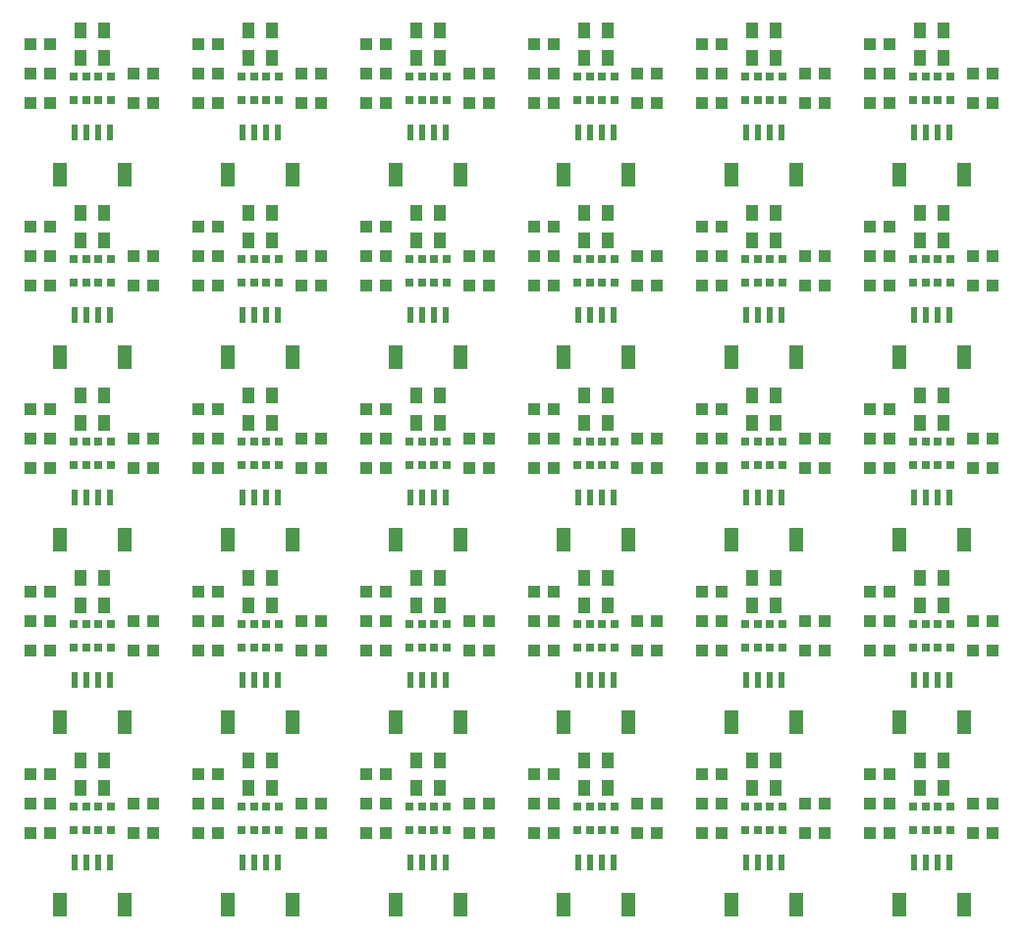
<source format=gtp>
G75*
%MOIN*%
%OFA0B0*%
%FSLAX25Y25*%
%IPPOS*%
%LPD*%
%AMOC8*
5,1,8,0,0,1.08239X$1,22.5*
%
%ADD10R,0.04331X0.03937*%
%ADD11R,0.02854X0.02756*%
%ADD12R,0.04724X0.07874*%
%ADD13R,0.02362X0.05315*%
%ADD14R,0.03937X0.05512*%
D10*
X0035404Y0058750D03*
X0042096Y0058750D03*
X0042096Y0068750D03*
X0035404Y0068750D03*
X0035404Y0078750D03*
X0042096Y0078750D03*
X0070404Y0068750D03*
X0077096Y0068750D03*
X0077096Y0058750D03*
X0070404Y0058750D03*
X0092404Y0058750D03*
X0099096Y0058750D03*
X0099096Y0068750D03*
X0092404Y0068750D03*
X0092404Y0078750D03*
X0099096Y0078750D03*
X0127404Y0068750D03*
X0134096Y0068750D03*
X0134096Y0058750D03*
X0127404Y0058750D03*
X0149404Y0058750D03*
X0156096Y0058750D03*
X0156096Y0068750D03*
X0149404Y0068750D03*
X0149404Y0078750D03*
X0156096Y0078750D03*
X0184404Y0068750D03*
X0191096Y0068750D03*
X0191096Y0058750D03*
X0184404Y0058750D03*
X0206404Y0058750D03*
X0213096Y0058750D03*
X0213096Y0068750D03*
X0206404Y0068750D03*
X0206404Y0078750D03*
X0213096Y0078750D03*
X0241404Y0068750D03*
X0248096Y0068750D03*
X0248096Y0058750D03*
X0241404Y0058750D03*
X0263404Y0058750D03*
X0270096Y0058750D03*
X0270096Y0068750D03*
X0263404Y0068750D03*
X0263404Y0078750D03*
X0270096Y0078750D03*
X0298404Y0068750D03*
X0305096Y0068750D03*
X0305096Y0058750D03*
X0298404Y0058750D03*
X0320404Y0058750D03*
X0327096Y0058750D03*
X0327096Y0068750D03*
X0320404Y0068750D03*
X0320404Y0078750D03*
X0327096Y0078750D03*
X0355404Y0068750D03*
X0362096Y0068750D03*
X0362096Y0058750D03*
X0355404Y0058750D03*
X0355404Y0120750D03*
X0362096Y0120750D03*
X0362096Y0130750D03*
X0355404Y0130750D03*
X0327096Y0130750D03*
X0320404Y0130750D03*
X0320404Y0140750D03*
X0327096Y0140750D03*
X0305096Y0130750D03*
X0298404Y0130750D03*
X0298404Y0120750D03*
X0305096Y0120750D03*
X0320404Y0120750D03*
X0327096Y0120750D03*
X0270096Y0120750D03*
X0263404Y0120750D03*
X0263404Y0130750D03*
X0270096Y0130750D03*
X0270096Y0140750D03*
X0263404Y0140750D03*
X0248096Y0130750D03*
X0241404Y0130750D03*
X0241404Y0120750D03*
X0248096Y0120750D03*
X0213096Y0120750D03*
X0206404Y0120750D03*
X0206404Y0130750D03*
X0213096Y0130750D03*
X0213096Y0140750D03*
X0206404Y0140750D03*
X0191096Y0130750D03*
X0184404Y0130750D03*
X0184404Y0120750D03*
X0191096Y0120750D03*
X0156096Y0120750D03*
X0149404Y0120750D03*
X0149404Y0130750D03*
X0156096Y0130750D03*
X0156096Y0140750D03*
X0149404Y0140750D03*
X0134096Y0130750D03*
X0127404Y0130750D03*
X0127404Y0120750D03*
X0134096Y0120750D03*
X0099096Y0120750D03*
X0092404Y0120750D03*
X0092404Y0130750D03*
X0099096Y0130750D03*
X0099096Y0140750D03*
X0092404Y0140750D03*
X0077096Y0130750D03*
X0070404Y0130750D03*
X0070404Y0120750D03*
X0077096Y0120750D03*
X0042096Y0120750D03*
X0035404Y0120750D03*
X0035404Y0130750D03*
X0042096Y0130750D03*
X0042096Y0140750D03*
X0035404Y0140750D03*
X0035404Y0182750D03*
X0042096Y0182750D03*
X0042096Y0192750D03*
X0035404Y0192750D03*
X0035404Y0202750D03*
X0042096Y0202750D03*
X0070404Y0192750D03*
X0077096Y0192750D03*
X0077096Y0182750D03*
X0070404Y0182750D03*
X0092404Y0182750D03*
X0099096Y0182750D03*
X0099096Y0192750D03*
X0092404Y0192750D03*
X0092404Y0202750D03*
X0099096Y0202750D03*
X0127404Y0192750D03*
X0134096Y0192750D03*
X0134096Y0182750D03*
X0127404Y0182750D03*
X0149404Y0182750D03*
X0156096Y0182750D03*
X0156096Y0192750D03*
X0149404Y0192750D03*
X0149404Y0202750D03*
X0156096Y0202750D03*
X0184404Y0192750D03*
X0191096Y0192750D03*
X0191096Y0182750D03*
X0184404Y0182750D03*
X0206404Y0182750D03*
X0213096Y0182750D03*
X0213096Y0192750D03*
X0206404Y0192750D03*
X0206404Y0202750D03*
X0213096Y0202750D03*
X0241404Y0192750D03*
X0248096Y0192750D03*
X0248096Y0182750D03*
X0241404Y0182750D03*
X0263404Y0182750D03*
X0270096Y0182750D03*
X0270096Y0192750D03*
X0263404Y0192750D03*
X0263404Y0202750D03*
X0270096Y0202750D03*
X0298404Y0192750D03*
X0305096Y0192750D03*
X0305096Y0182750D03*
X0298404Y0182750D03*
X0320404Y0182750D03*
X0327096Y0182750D03*
X0327096Y0192750D03*
X0320404Y0192750D03*
X0320404Y0202750D03*
X0327096Y0202750D03*
X0355404Y0192750D03*
X0362096Y0192750D03*
X0362096Y0182750D03*
X0355404Y0182750D03*
X0355404Y0244750D03*
X0362096Y0244750D03*
X0362096Y0254750D03*
X0355404Y0254750D03*
X0327096Y0254750D03*
X0320404Y0254750D03*
X0320404Y0244750D03*
X0327096Y0244750D03*
X0305096Y0244750D03*
X0298404Y0244750D03*
X0298404Y0254750D03*
X0305096Y0254750D03*
X0320404Y0264750D03*
X0327096Y0264750D03*
X0327096Y0306750D03*
X0320404Y0306750D03*
X0320404Y0316750D03*
X0327096Y0316750D03*
X0327096Y0326750D03*
X0320404Y0326750D03*
X0305096Y0316750D03*
X0298404Y0316750D03*
X0298404Y0306750D03*
X0305096Y0306750D03*
X0270096Y0306750D03*
X0263404Y0306750D03*
X0263404Y0316750D03*
X0270096Y0316750D03*
X0270096Y0326750D03*
X0263404Y0326750D03*
X0248096Y0316750D03*
X0241404Y0316750D03*
X0241404Y0306750D03*
X0248096Y0306750D03*
X0213096Y0306750D03*
X0206404Y0306750D03*
X0206404Y0316750D03*
X0213096Y0316750D03*
X0213096Y0326750D03*
X0206404Y0326750D03*
X0191096Y0316750D03*
X0184404Y0316750D03*
X0184404Y0306750D03*
X0191096Y0306750D03*
X0156096Y0306750D03*
X0149404Y0306750D03*
X0149404Y0316750D03*
X0156096Y0316750D03*
X0156096Y0326750D03*
X0149404Y0326750D03*
X0134096Y0316750D03*
X0127404Y0316750D03*
X0127404Y0306750D03*
X0134096Y0306750D03*
X0099096Y0306750D03*
X0092404Y0306750D03*
X0092404Y0316750D03*
X0099096Y0316750D03*
X0099096Y0326750D03*
X0092404Y0326750D03*
X0077096Y0316750D03*
X0070404Y0316750D03*
X0070404Y0306750D03*
X0077096Y0306750D03*
X0042096Y0306750D03*
X0035404Y0306750D03*
X0035404Y0316750D03*
X0042096Y0316750D03*
X0042096Y0326750D03*
X0035404Y0326750D03*
X0035404Y0264750D03*
X0042096Y0264750D03*
X0042096Y0254750D03*
X0035404Y0254750D03*
X0035404Y0244750D03*
X0042096Y0244750D03*
X0070404Y0244750D03*
X0077096Y0244750D03*
X0077096Y0254750D03*
X0070404Y0254750D03*
X0092404Y0254750D03*
X0099096Y0254750D03*
X0099096Y0244750D03*
X0092404Y0244750D03*
X0092404Y0264750D03*
X0099096Y0264750D03*
X0127404Y0254750D03*
X0134096Y0254750D03*
X0134096Y0244750D03*
X0127404Y0244750D03*
X0149404Y0244750D03*
X0156096Y0244750D03*
X0156096Y0254750D03*
X0149404Y0254750D03*
X0149404Y0264750D03*
X0156096Y0264750D03*
X0184404Y0254750D03*
X0191096Y0254750D03*
X0191096Y0244750D03*
X0184404Y0244750D03*
X0206404Y0244750D03*
X0213096Y0244750D03*
X0213096Y0254750D03*
X0206404Y0254750D03*
X0206404Y0264750D03*
X0213096Y0264750D03*
X0241404Y0254750D03*
X0248096Y0254750D03*
X0248096Y0244750D03*
X0241404Y0244750D03*
X0263404Y0244750D03*
X0270096Y0244750D03*
X0270096Y0254750D03*
X0263404Y0254750D03*
X0263404Y0264750D03*
X0270096Y0264750D03*
X0355404Y0306750D03*
X0362096Y0306750D03*
X0362096Y0316750D03*
X0355404Y0316750D03*
D11*
X0347598Y0315687D03*
X0343366Y0315687D03*
X0339134Y0315687D03*
X0334902Y0315687D03*
X0334902Y0307813D03*
X0339134Y0307813D03*
X0343366Y0307813D03*
X0347598Y0307813D03*
X0290598Y0307813D03*
X0286366Y0307813D03*
X0282134Y0307813D03*
X0277902Y0307813D03*
X0277902Y0315687D03*
X0282134Y0315687D03*
X0286366Y0315687D03*
X0290598Y0315687D03*
X0233598Y0315687D03*
X0229366Y0315687D03*
X0225134Y0315687D03*
X0220902Y0315687D03*
X0220902Y0307813D03*
X0225134Y0307813D03*
X0229366Y0307813D03*
X0233598Y0307813D03*
X0176598Y0307813D03*
X0172366Y0307813D03*
X0168134Y0307813D03*
X0163902Y0307813D03*
X0163902Y0315687D03*
X0168134Y0315687D03*
X0172366Y0315687D03*
X0176598Y0315687D03*
X0119598Y0315687D03*
X0115366Y0315687D03*
X0111134Y0315687D03*
X0106902Y0315687D03*
X0106902Y0307813D03*
X0111134Y0307813D03*
X0115366Y0307813D03*
X0119598Y0307813D03*
X0062598Y0307813D03*
X0058366Y0307813D03*
X0054134Y0307813D03*
X0049902Y0307813D03*
X0049902Y0315687D03*
X0054134Y0315687D03*
X0058366Y0315687D03*
X0062598Y0315687D03*
X0062598Y0253687D03*
X0058366Y0253687D03*
X0054134Y0253687D03*
X0049902Y0253687D03*
X0049902Y0245813D03*
X0054134Y0245813D03*
X0058366Y0245813D03*
X0062598Y0245813D03*
X0106902Y0245813D03*
X0111134Y0245813D03*
X0115366Y0245813D03*
X0119598Y0245813D03*
X0119598Y0253687D03*
X0115366Y0253687D03*
X0111134Y0253687D03*
X0106902Y0253687D03*
X0163902Y0253687D03*
X0168134Y0253687D03*
X0172366Y0253687D03*
X0176598Y0253687D03*
X0176598Y0245813D03*
X0172366Y0245813D03*
X0168134Y0245813D03*
X0163902Y0245813D03*
X0220902Y0245813D03*
X0225134Y0245813D03*
X0229366Y0245813D03*
X0233598Y0245813D03*
X0233598Y0253687D03*
X0229366Y0253687D03*
X0225134Y0253687D03*
X0220902Y0253687D03*
X0277902Y0253687D03*
X0282134Y0253687D03*
X0286366Y0253687D03*
X0290598Y0253687D03*
X0290598Y0245813D03*
X0286366Y0245813D03*
X0282134Y0245813D03*
X0277902Y0245813D03*
X0334902Y0245813D03*
X0339134Y0245813D03*
X0343366Y0245813D03*
X0347598Y0245813D03*
X0347598Y0253687D03*
X0343366Y0253687D03*
X0339134Y0253687D03*
X0334902Y0253687D03*
X0334902Y0191687D03*
X0339134Y0191687D03*
X0343366Y0191687D03*
X0347598Y0191687D03*
X0347598Y0183813D03*
X0343366Y0183813D03*
X0339134Y0183813D03*
X0334902Y0183813D03*
X0290598Y0183813D03*
X0286366Y0183813D03*
X0282134Y0183813D03*
X0277902Y0183813D03*
X0277902Y0191687D03*
X0282134Y0191687D03*
X0286366Y0191687D03*
X0290598Y0191687D03*
X0233598Y0191687D03*
X0229366Y0191687D03*
X0225134Y0191687D03*
X0220902Y0191687D03*
X0220902Y0183813D03*
X0225134Y0183813D03*
X0229366Y0183813D03*
X0233598Y0183813D03*
X0176598Y0183813D03*
X0172366Y0183813D03*
X0168134Y0183813D03*
X0163902Y0183813D03*
X0163902Y0191687D03*
X0168134Y0191687D03*
X0172366Y0191687D03*
X0176598Y0191687D03*
X0119598Y0191687D03*
X0115366Y0191687D03*
X0111134Y0191687D03*
X0106902Y0191687D03*
X0106902Y0183813D03*
X0111134Y0183813D03*
X0115366Y0183813D03*
X0119598Y0183813D03*
X0062598Y0183813D03*
X0058366Y0183813D03*
X0054134Y0183813D03*
X0049902Y0183813D03*
X0049902Y0191687D03*
X0054134Y0191687D03*
X0058366Y0191687D03*
X0062598Y0191687D03*
X0062598Y0129687D03*
X0058366Y0129687D03*
X0054134Y0129687D03*
X0049902Y0129687D03*
X0049902Y0121813D03*
X0054134Y0121813D03*
X0058366Y0121813D03*
X0062598Y0121813D03*
X0106902Y0121813D03*
X0111134Y0121813D03*
X0115366Y0121813D03*
X0119598Y0121813D03*
X0119598Y0129687D03*
X0115366Y0129687D03*
X0111134Y0129687D03*
X0106902Y0129687D03*
X0163902Y0129687D03*
X0168134Y0129687D03*
X0172366Y0129687D03*
X0176598Y0129687D03*
X0176598Y0121813D03*
X0172366Y0121813D03*
X0168134Y0121813D03*
X0163902Y0121813D03*
X0220902Y0121813D03*
X0225134Y0121813D03*
X0229366Y0121813D03*
X0233598Y0121813D03*
X0233598Y0129687D03*
X0229366Y0129687D03*
X0225134Y0129687D03*
X0220902Y0129687D03*
X0277902Y0129687D03*
X0282134Y0129687D03*
X0286366Y0129687D03*
X0290598Y0129687D03*
X0290598Y0121813D03*
X0286366Y0121813D03*
X0282134Y0121813D03*
X0277902Y0121813D03*
X0334902Y0121813D03*
X0339134Y0121813D03*
X0343366Y0121813D03*
X0347598Y0121813D03*
X0347598Y0129687D03*
X0343366Y0129687D03*
X0339134Y0129687D03*
X0334902Y0129687D03*
X0334902Y0067687D03*
X0339134Y0067687D03*
X0343366Y0067687D03*
X0347598Y0067687D03*
X0347598Y0059813D03*
X0343366Y0059813D03*
X0339134Y0059813D03*
X0334902Y0059813D03*
X0290598Y0059813D03*
X0286366Y0059813D03*
X0282134Y0059813D03*
X0277902Y0059813D03*
X0277902Y0067687D03*
X0282134Y0067687D03*
X0286366Y0067687D03*
X0290598Y0067687D03*
X0233598Y0067687D03*
X0229366Y0067687D03*
X0225134Y0067687D03*
X0220902Y0067687D03*
X0220902Y0059813D03*
X0225134Y0059813D03*
X0229366Y0059813D03*
X0233598Y0059813D03*
X0176598Y0059813D03*
X0172366Y0059813D03*
X0168134Y0059813D03*
X0163902Y0059813D03*
X0163902Y0067687D03*
X0168134Y0067687D03*
X0172366Y0067687D03*
X0176598Y0067687D03*
X0119598Y0067687D03*
X0115366Y0067687D03*
X0111134Y0067687D03*
X0106902Y0067687D03*
X0106902Y0059813D03*
X0111134Y0059813D03*
X0115366Y0059813D03*
X0119598Y0059813D03*
X0062598Y0059813D03*
X0058366Y0059813D03*
X0054134Y0059813D03*
X0049902Y0059813D03*
X0049902Y0067687D03*
X0054134Y0067687D03*
X0058366Y0067687D03*
X0062598Y0067687D03*
D12*
X0045226Y0034281D03*
X0067274Y0034281D03*
X0102226Y0034281D03*
X0124274Y0034281D03*
X0159226Y0034281D03*
X0181274Y0034281D03*
X0216226Y0034281D03*
X0238274Y0034281D03*
X0273226Y0034281D03*
X0295274Y0034281D03*
X0330226Y0034281D03*
X0352274Y0034281D03*
X0352274Y0096281D03*
X0330226Y0096281D03*
X0295274Y0096281D03*
X0273226Y0096281D03*
X0238274Y0096281D03*
X0216226Y0096281D03*
X0181274Y0096281D03*
X0159226Y0096281D03*
X0124274Y0096281D03*
X0102226Y0096281D03*
X0067274Y0096281D03*
X0045226Y0096281D03*
X0045226Y0158281D03*
X0067274Y0158281D03*
X0102226Y0158281D03*
X0124274Y0158281D03*
X0159226Y0158281D03*
X0181274Y0158281D03*
X0216226Y0158281D03*
X0238274Y0158281D03*
X0273226Y0158281D03*
X0295274Y0158281D03*
X0330226Y0158281D03*
X0352274Y0158281D03*
X0352274Y0220281D03*
X0330226Y0220281D03*
X0295274Y0220281D03*
X0273226Y0220281D03*
X0238274Y0220281D03*
X0216226Y0220281D03*
X0181274Y0220281D03*
X0159226Y0220281D03*
X0124274Y0220281D03*
X0102226Y0220281D03*
X0067274Y0220281D03*
X0045226Y0220281D03*
X0045226Y0282281D03*
X0067274Y0282281D03*
X0102226Y0282281D03*
X0124274Y0282281D03*
X0159226Y0282281D03*
X0181274Y0282281D03*
X0216226Y0282281D03*
X0238274Y0282281D03*
X0273226Y0282281D03*
X0295274Y0282281D03*
X0330226Y0282281D03*
X0352274Y0282281D03*
D13*
X0347156Y0296750D03*
X0343219Y0296750D03*
X0339281Y0296750D03*
X0335344Y0296750D03*
X0290156Y0296750D03*
X0286219Y0296750D03*
X0282281Y0296750D03*
X0278344Y0296750D03*
X0233156Y0296750D03*
X0229219Y0296750D03*
X0225281Y0296750D03*
X0221344Y0296750D03*
X0176156Y0296750D03*
X0172219Y0296750D03*
X0168281Y0296750D03*
X0164344Y0296750D03*
X0119156Y0296750D03*
X0115219Y0296750D03*
X0111281Y0296750D03*
X0107344Y0296750D03*
X0062156Y0296750D03*
X0058219Y0296750D03*
X0054281Y0296750D03*
X0050344Y0296750D03*
X0050344Y0234750D03*
X0054281Y0234750D03*
X0058219Y0234750D03*
X0062156Y0234750D03*
X0107344Y0234750D03*
X0111281Y0234750D03*
X0115219Y0234750D03*
X0119156Y0234750D03*
X0164344Y0234750D03*
X0168281Y0234750D03*
X0172219Y0234750D03*
X0176156Y0234750D03*
X0221344Y0234750D03*
X0225281Y0234750D03*
X0229219Y0234750D03*
X0233156Y0234750D03*
X0278344Y0234750D03*
X0282281Y0234750D03*
X0286219Y0234750D03*
X0290156Y0234750D03*
X0335344Y0234750D03*
X0339281Y0234750D03*
X0343219Y0234750D03*
X0347156Y0234750D03*
X0347156Y0172750D03*
X0343219Y0172750D03*
X0339281Y0172750D03*
X0335344Y0172750D03*
X0290156Y0172750D03*
X0286219Y0172750D03*
X0282281Y0172750D03*
X0278344Y0172750D03*
X0233156Y0172750D03*
X0229219Y0172750D03*
X0225281Y0172750D03*
X0221344Y0172750D03*
X0176156Y0172750D03*
X0172219Y0172750D03*
X0168281Y0172750D03*
X0164344Y0172750D03*
X0119156Y0172750D03*
X0115219Y0172750D03*
X0111281Y0172750D03*
X0107344Y0172750D03*
X0062156Y0172750D03*
X0058219Y0172750D03*
X0054281Y0172750D03*
X0050344Y0172750D03*
X0050344Y0110750D03*
X0054281Y0110750D03*
X0058219Y0110750D03*
X0062156Y0110750D03*
X0107344Y0110750D03*
X0111281Y0110750D03*
X0115219Y0110750D03*
X0119156Y0110750D03*
X0164344Y0110750D03*
X0168281Y0110750D03*
X0172219Y0110750D03*
X0176156Y0110750D03*
X0221344Y0110750D03*
X0225281Y0110750D03*
X0229219Y0110750D03*
X0233156Y0110750D03*
X0278344Y0110750D03*
X0282281Y0110750D03*
X0286219Y0110750D03*
X0290156Y0110750D03*
X0335344Y0110750D03*
X0339281Y0110750D03*
X0343219Y0110750D03*
X0347156Y0110750D03*
X0347156Y0048750D03*
X0343219Y0048750D03*
X0339281Y0048750D03*
X0335344Y0048750D03*
X0290156Y0048750D03*
X0286219Y0048750D03*
X0282281Y0048750D03*
X0278344Y0048750D03*
X0233156Y0048750D03*
X0229219Y0048750D03*
X0225281Y0048750D03*
X0221344Y0048750D03*
X0176156Y0048750D03*
X0172219Y0048750D03*
X0168281Y0048750D03*
X0164344Y0048750D03*
X0119156Y0048750D03*
X0115219Y0048750D03*
X0111281Y0048750D03*
X0107344Y0048750D03*
X0062156Y0048750D03*
X0058219Y0048750D03*
X0054281Y0048750D03*
X0050344Y0048750D03*
D14*
X0052313Y0074026D03*
X0060187Y0074026D03*
X0060187Y0083474D03*
X0052313Y0083474D03*
X0109313Y0083474D03*
X0117187Y0083474D03*
X0117187Y0074026D03*
X0109313Y0074026D03*
X0166313Y0074026D03*
X0174187Y0074026D03*
X0174187Y0083474D03*
X0166313Y0083474D03*
X0223313Y0083474D03*
X0231187Y0083474D03*
X0231187Y0074026D03*
X0223313Y0074026D03*
X0280313Y0074026D03*
X0288187Y0074026D03*
X0288187Y0083474D03*
X0280313Y0083474D03*
X0337313Y0083474D03*
X0345187Y0083474D03*
X0345187Y0074026D03*
X0337313Y0074026D03*
X0337313Y0136026D03*
X0345187Y0136026D03*
X0345187Y0145474D03*
X0337313Y0145474D03*
X0288187Y0145474D03*
X0280313Y0145474D03*
X0280313Y0136026D03*
X0288187Y0136026D03*
X0231187Y0136026D03*
X0223313Y0136026D03*
X0223313Y0145474D03*
X0231187Y0145474D03*
X0174187Y0145474D03*
X0166313Y0145474D03*
X0166313Y0136026D03*
X0174187Y0136026D03*
X0117187Y0136026D03*
X0109313Y0136026D03*
X0109313Y0145474D03*
X0117187Y0145474D03*
X0060187Y0145474D03*
X0052313Y0145474D03*
X0052313Y0136026D03*
X0060187Y0136026D03*
X0060187Y0198026D03*
X0052313Y0198026D03*
X0052313Y0207474D03*
X0060187Y0207474D03*
X0109313Y0207474D03*
X0117187Y0207474D03*
X0117187Y0198026D03*
X0109313Y0198026D03*
X0166313Y0198026D03*
X0174187Y0198026D03*
X0174187Y0207474D03*
X0166313Y0207474D03*
X0223313Y0207474D03*
X0231187Y0207474D03*
X0231187Y0198026D03*
X0223313Y0198026D03*
X0280313Y0198026D03*
X0288187Y0198026D03*
X0288187Y0207474D03*
X0280313Y0207474D03*
X0337313Y0207474D03*
X0345187Y0207474D03*
X0345187Y0198026D03*
X0337313Y0198026D03*
X0337313Y0260026D03*
X0345187Y0260026D03*
X0345187Y0269474D03*
X0337313Y0269474D03*
X0288187Y0269474D03*
X0280313Y0269474D03*
X0280313Y0260026D03*
X0288187Y0260026D03*
X0231187Y0260026D03*
X0223313Y0260026D03*
X0223313Y0269474D03*
X0231187Y0269474D03*
X0174187Y0269474D03*
X0166313Y0269474D03*
X0166313Y0260026D03*
X0174187Y0260026D03*
X0117187Y0260026D03*
X0109313Y0260026D03*
X0109313Y0269474D03*
X0117187Y0269474D03*
X0060187Y0269474D03*
X0052313Y0269474D03*
X0052313Y0260026D03*
X0060187Y0260026D03*
X0060187Y0322026D03*
X0052313Y0322026D03*
X0052313Y0331474D03*
X0060187Y0331474D03*
X0109313Y0331474D03*
X0117187Y0331474D03*
X0117187Y0322026D03*
X0109313Y0322026D03*
X0166313Y0322026D03*
X0174187Y0322026D03*
X0174187Y0331474D03*
X0166313Y0331474D03*
X0223313Y0331474D03*
X0231187Y0331474D03*
X0231187Y0322026D03*
X0223313Y0322026D03*
X0280313Y0322026D03*
X0288187Y0322026D03*
X0288187Y0331474D03*
X0280313Y0331474D03*
X0337313Y0331474D03*
X0345187Y0331474D03*
X0345187Y0322026D03*
X0337313Y0322026D03*
M02*

</source>
